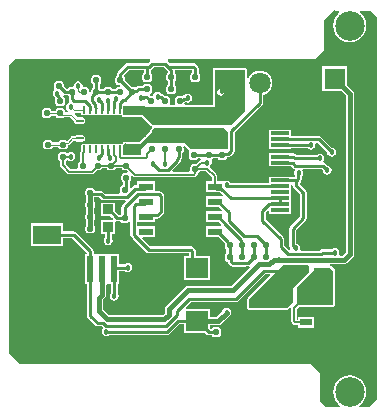
<source format=gbl>
G04*
G04 #@! TF.GenerationSoftware,Altium Limited,Altium Designer,20.0.2 (26)*
G04*
G04 Layer_Physical_Order=4*
G04 Layer_Color=16711680*
%FSLAX25Y25*%
%MOIN*%
G70*
G01*
G75*
%ADD10C,0.01000*%
%ADD16C,0.01500*%
%ADD17C,0.00400*%
%ADD18C,0.07087*%
%ADD19R,0.07087X0.07087*%
%ADD20C,0.09843*%
%ADD21C,0.01800*%
%ADD22C,0.01181*%
G04:AMPARAMS|DCode=28|XSize=20mil|YSize=20mil|CornerRadius=5mil|HoleSize=0mil|Usage=FLASHONLY|Rotation=180.000|XOffset=0mil|YOffset=0mil|HoleType=Round|Shape=RoundedRectangle|*
%AMROUNDEDRECTD28*
21,1,0.02000,0.01000,0,0,180.0*
21,1,0.01000,0.02000,0,0,180.0*
1,1,0.01000,-0.00500,0.00500*
1,1,0.01000,0.00500,0.00500*
1,1,0.01000,0.00500,-0.00500*
1,1,0.01000,-0.00500,-0.00500*
%
%ADD28ROUNDEDRECTD28*%
%ADD29R,0.03937X0.02362*%
%ADD30R,0.09843X0.13779*%
%ADD31R,0.04724X0.02362*%
%ADD32R,0.06299X0.07874*%
%ADD33R,0.05906X0.01181*%
G04:AMPARAMS|DCode=34|XSize=9.45mil|YSize=23.62mil|CornerRadius=1.98mil|HoleSize=0mil|Usage=FLASHONLY|Rotation=90.000|XOffset=0mil|YOffset=0mil|HoleType=Round|Shape=RoundedRectangle|*
%AMROUNDEDRECTD34*
21,1,0.00945,0.01965,0,0,90.0*
21,1,0.00548,0.02362,0,0,90.0*
1,1,0.00397,0.00983,0.00274*
1,1,0.00397,0.00983,-0.00274*
1,1,0.00397,-0.00983,-0.00274*
1,1,0.00397,-0.00983,0.00274*
%
%ADD34ROUNDEDRECTD34*%
G04:AMPARAMS|DCode=35|XSize=23.62mil|YSize=9.45mil|CornerRadius=1.98mil|HoleSize=0mil|Usage=FLASHONLY|Rotation=90.000|XOffset=0mil|YOffset=0mil|HoleType=Round|Shape=RoundedRectangle|*
%AMROUNDEDRECTD35*
21,1,0.02362,0.00548,0,0,90.0*
21,1,0.01965,0.00945,0,0,90.0*
1,1,0.00397,0.00274,0.00983*
1,1,0.00397,0.00274,-0.00983*
1,1,0.00397,-0.00274,-0.00983*
1,1,0.00397,-0.00274,0.00983*
%
%ADD35ROUNDEDRECTD35*%
G04:AMPARAMS|DCode=36|XSize=80.71mil|YSize=120.08mil|CornerRadius=2.02mil|HoleSize=0mil|Usage=FLASHONLY|Rotation=90.000|XOffset=0mil|YOffset=0mil|HoleType=Round|Shape=RoundedRectangle|*
%AMROUNDEDRECTD36*
21,1,0.08071,0.11604,0,0,90.0*
21,1,0.07667,0.12008,0,0,90.0*
1,1,0.00404,0.05802,0.03834*
1,1,0.00404,0.05802,-0.03834*
1,1,0.00404,-0.05802,-0.03834*
1,1,0.00404,-0.05802,0.03834*
%
%ADD36ROUNDEDRECTD36*%
%ADD37R,0.09354X0.06329*%
G04:AMPARAMS|DCode=38|XSize=20mil|YSize=20mil|CornerRadius=5mil|HoleSize=0mil|Usage=FLASHONLY|Rotation=270.000|XOffset=0mil|YOffset=0mil|HoleType=Round|Shape=RoundedRectangle|*
%AMROUNDEDRECTD38*
21,1,0.02000,0.01000,0,0,270.0*
21,1,0.01000,0.02000,0,0,270.0*
1,1,0.01000,-0.00500,-0.00500*
1,1,0.01000,-0.00500,0.00500*
1,1,0.01000,0.00500,0.00500*
1,1,0.01000,0.00500,-0.00500*
%
%ADD38ROUNDEDRECTD38*%
%ADD39R,0.03402X0.03175*%
%ADD40R,0.07559X0.06787*%
%ADD41R,0.02362X0.08661*%
%ADD42R,0.10236X0.10236*%
%ADD43C,0.00600*%
G36*
X-4500Y127000D02*
X-3563D01*
X-3402Y126526D01*
X-3938Y126116D01*
X-4823Y124962D01*
X-5379Y123619D01*
X-5569Y122178D01*
X-5379Y120737D01*
X-4823Y119394D01*
X-3938Y118240D01*
X-2784Y117355D01*
X-1441Y116799D01*
X0Y116609D01*
X1441Y116799D01*
X2784Y117355D01*
X3938Y118240D01*
X4823Y119394D01*
X5379Y120737D01*
X5569Y122178D01*
X5379Y123619D01*
X4823Y124962D01*
X3938Y126116D01*
X3402Y126526D01*
X3563Y127000D01*
X7000D01*
X9000Y125000D01*
Y-2500D01*
X6500Y-5000D01*
X3375D01*
X3205Y-4500D01*
X3938Y-3938D01*
X4823Y-2784D01*
X5379Y-1441D01*
X5569Y0D01*
X5379Y1441D01*
X4823Y2784D01*
X3938Y3938D01*
X2784Y4823D01*
X1441Y5379D01*
X0Y5569D01*
X-1441Y5379D01*
X-2784Y4823D01*
X-3938Y3938D01*
X-4823Y2784D01*
X-5379Y1441D01*
X-5569Y0D01*
X-5379Y-1441D01*
X-4823Y-2784D01*
X-3938Y-3938D01*
X-3205Y-4500D01*
X-3375Y-5000D01*
X-8000D01*
X-10000Y-3000D01*
Y6500D01*
X-13000Y9500D01*
X-110000D01*
X-113500Y13000D01*
Y109000D01*
X-111500Y111000D01*
X-66673D01*
X-66601Y110908D01*
X-66622Y110293D01*
X-66622Y110293D01*
X-67327Y109587D01*
X-67500Y109622D01*
X-74000D01*
X-74429Y109536D01*
X-74793Y109293D01*
X-74793Y109293D01*
X-77293Y106793D01*
X-77536Y106429D01*
X-77622Y106000D01*
X-77622Y106000D01*
Y105408D01*
X-77793Y105293D01*
X-78036Y104929D01*
X-78122Y104500D01*
Y103500D01*
X-78036Y103071D01*
X-77793Y102707D01*
X-77429Y102464D01*
X-77000Y102378D01*
X-76604D01*
X-76399Y102115D01*
X-76621Y101622D01*
X-77000D01*
X-77429Y101536D01*
X-77793Y101293D01*
X-77908Y101122D01*
X-79092D01*
X-79207Y101293D01*
X-79571Y101536D01*
X-80000Y101622D01*
X-81000D01*
X-81429Y101536D01*
X-81793Y101293D01*
X-81908Y101122D01*
X-83092D01*
X-83207Y101293D01*
X-83378Y101408D01*
Y102592D01*
X-83207Y102707D01*
X-82964Y103071D01*
X-82878Y103500D01*
Y104500D01*
X-82964Y104929D01*
X-83207Y105293D01*
X-83571Y105536D01*
X-84000Y105622D01*
X-85000D01*
X-85429Y105536D01*
X-85793Y105293D01*
X-86036Y104929D01*
X-86122Y104500D01*
Y103500D01*
X-86036Y103071D01*
X-85793Y102707D01*
X-85622Y102592D01*
Y101408D01*
X-85793Y101293D01*
X-86036Y100929D01*
X-86122Y100500D01*
Y100104D01*
X-86385Y99899D01*
X-86878Y100121D01*
Y100500D01*
X-86964Y100929D01*
X-87207Y101293D01*
X-87571Y101536D01*
X-88000Y101622D01*
X-88536D01*
X-88971Y102000D01*
X-89087Y102585D01*
X-89419Y103081D01*
X-89915Y103413D01*
X-90500Y103529D01*
X-91085Y103413D01*
X-91581Y103081D01*
X-91913Y102585D01*
X-92029Y102000D01*
X-92464Y101622D01*
X-93000D01*
X-93429Y101536D01*
X-93793Y101293D01*
X-93908Y101122D01*
X-94535D01*
X-95378Y101965D01*
Y102500D01*
X-95464Y102929D01*
X-95707Y103293D01*
X-96071Y103536D01*
X-96500Y103622D01*
X-97500D01*
X-97929Y103536D01*
X-98293Y103293D01*
X-98536Y102929D01*
X-98622Y102500D01*
Y101500D01*
X-98536Y101071D01*
X-98324Y100753D01*
X-98581Y100581D01*
X-98913Y100085D01*
X-99029Y99500D01*
X-98913Y98915D01*
X-98581Y98419D01*
X-98316Y98241D01*
X-98293Y98207D01*
X-98122Y98035D01*
Y97500D01*
X-98122Y97500D01*
X-98122Y97500D01*
Y96500D01*
X-98036Y96071D01*
X-97793Y95707D01*
X-97429Y95464D01*
X-97000Y95378D01*
X-96000D01*
X-95571Y95464D01*
X-95207Y95707D01*
X-94964Y96071D01*
X-94878Y96500D01*
Y97500D01*
X-94964Y97929D01*
X-95207Y98293D01*
X-95456Y98459D01*
X-95261Y98930D01*
X-95000Y98878D01*
X-95000Y98878D01*
X-93908D01*
X-93793Y98707D01*
X-93622Y98592D01*
Y97586D01*
X-93622Y97586D01*
X-93536Y97157D01*
X-93404Y96959D01*
X-93555Y96446D01*
X-93606Y96399D01*
X-94081Y96081D01*
X-94413Y95585D01*
X-94529Y95000D01*
X-94413Y94415D01*
X-94081Y93919D01*
X-93928Y93816D01*
X-94079Y93316D01*
X-94878D01*
Y93500D01*
X-94964Y93929D01*
X-95207Y94293D01*
X-95571Y94536D01*
X-96000Y94622D01*
X-97000D01*
X-97429Y94536D01*
X-97793Y94293D01*
X-98036Y93929D01*
X-98059Y93816D01*
X-99441D01*
X-99464Y93929D01*
X-99707Y94293D01*
X-100071Y94536D01*
X-100500Y94622D01*
X-101500D01*
X-101929Y94536D01*
X-102293Y94293D01*
X-102536Y93929D01*
X-102622Y93500D01*
Y92500D01*
X-102536Y92071D01*
X-102293Y91707D01*
X-101929Y91464D01*
X-101500Y91378D01*
X-100500D01*
X-100071Y91464D01*
X-99707Y91707D01*
X-99464Y92071D01*
X-99441Y92184D01*
X-98059D01*
X-98036Y92071D01*
X-97793Y91707D01*
X-97429Y91464D01*
X-97000Y91378D01*
X-96000D01*
X-95571Y91464D01*
X-95241Y91684D01*
X-93125D01*
X-91828Y90387D01*
Y90179D01*
X-91766Y89867D01*
X-91590Y89603D01*
X-91326Y89427D01*
X-91014Y89365D01*
X-89049D01*
X-88737Y89427D01*
X-88473Y89603D01*
X-88297Y89867D01*
X-88235Y90179D01*
Y90727D01*
X-88297Y91038D01*
X-88473Y91302D01*
X-88737Y91479D01*
X-89049Y91541D01*
X-90675D01*
X-91818Y92684D01*
X-91611Y93184D01*
X-89545D01*
Y93013D01*
X-89483Y92702D01*
X-89306Y92438D01*
X-89042Y92261D01*
X-88731Y92199D01*
X-88183D01*
X-87871Y92261D01*
X-87837Y92284D01*
X-87472Y92396D01*
X-87108Y92284D01*
X-87074Y92261D01*
X-86762Y92199D01*
X-86214D01*
X-85903Y92261D01*
X-85868Y92284D01*
X-85504Y92396D01*
X-85140Y92284D01*
X-85105Y92261D01*
X-84794Y92199D01*
X-84246D01*
X-83934Y92261D01*
X-83670Y92438D01*
X-83401D01*
X-83137Y92261D01*
X-82825Y92199D01*
X-82277D01*
X-81966Y92261D01*
X-81701Y92438D01*
X-81432D01*
X-81168Y92261D01*
X-80857Y92199D01*
X-80309D01*
X-79997Y92261D01*
X-79733Y92438D01*
X-79464D01*
X-79200Y92261D01*
X-78888Y92199D01*
X-78340D01*
X-78029Y92261D01*
X-77764Y92438D01*
X-77495D01*
X-77231Y92261D01*
X-76920Y92199D01*
X-76372D01*
X-76060Y92261D01*
X-76049Y92258D01*
X-75959Y92041D01*
X-75500Y91851D01*
X-69269D01*
X-66097Y88679D01*
X-65959Y88541D01*
X-66022Y88026D01*
X-66362Y87591D01*
X-66419Y87387D01*
X-66500Y87191D01*
Y87000D01*
X-67033Y86466D01*
D01*
D01*
X-67293Y86293D01*
D01*
X-67466Y86033D01*
X-67966Y85534D01*
D01*
X-67982Y85496D01*
X-68018Y85475D01*
X-68287Y85131D01*
X-69818Y83600D01*
X-69888D01*
X-69909Y83591D01*
X-70000Y83500D01*
X-74427D01*
X-74463Y83504D01*
X-74463D01*
X-74477Y83500D01*
X-74572Y83482D01*
X-74680Y83504D01*
X-74698Y83508D01*
X-74700Y83508D01*
X-74700Y83508D01*
X-74703Y83507D01*
X-75217Y83421D01*
X-75262Y83393D01*
X-75315Y83396D01*
X-75468Y83264D01*
X-75639Y83157D01*
X-75651Y83105D01*
X-75691Y83071D01*
X-75826Y82801D01*
X-76060Y82739D01*
X-76372Y82801D01*
X-76920D01*
X-77231Y82739D01*
X-77495Y82562D01*
X-77764D01*
X-78029Y82739D01*
X-78340Y82801D01*
X-78888D01*
X-79200Y82739D01*
X-79234Y82716D01*
X-79598Y82604D01*
X-79963Y82716D01*
X-79997Y82739D01*
X-80309Y82801D01*
X-80857D01*
X-81168Y82739D01*
X-81203Y82716D01*
X-81567Y82604D01*
X-81931Y82716D01*
X-81966Y82739D01*
X-82277Y82801D01*
X-82825D01*
X-83137Y82739D01*
X-83171Y82716D01*
X-83535Y82604D01*
X-83900Y82716D01*
X-83934Y82739D01*
X-84246Y82801D01*
X-84794D01*
X-85105Y82739D01*
X-85369Y82562D01*
X-85638D01*
X-85903Y82739D01*
X-86214Y82801D01*
X-86762D01*
X-87074Y82739D01*
X-87338Y82562D01*
X-87607D01*
X-87871Y82739D01*
X-88183Y82801D01*
X-88731D01*
X-89042Y82739D01*
X-89306Y82562D01*
X-89483Y82298D01*
X-89545Y81987D01*
Y80505D01*
X-89649Y80401D01*
X-89848Y80103D01*
X-89918Y79752D01*
Y77039D01*
X-89929Y77036D01*
X-90293Y76793D01*
X-90536Y76429D01*
X-90622Y76000D01*
Y75000D01*
X-90605Y74918D01*
X-90989Y74418D01*
X-92994D01*
X-93002Y74419D01*
X-93121D01*
X-94649Y75947D01*
Y76879D01*
X-94250Y77205D01*
X-93701Y77164D01*
X-93585Y77087D01*
X-93000Y76971D01*
X-92415Y77087D01*
X-91919Y77419D01*
X-91587Y77915D01*
X-91471Y78500D01*
X-91587Y79085D01*
X-91919Y79581D01*
X-92415Y79913D01*
X-93000Y80029D01*
X-93585Y79913D01*
X-93701Y79836D01*
X-94274Y79793D01*
X-94638Y80036D01*
X-95067Y80122D01*
X-96067D01*
X-96496Y80036D01*
X-96860Y79793D01*
X-97103Y79429D01*
X-97189Y79000D01*
Y78000D01*
X-97103Y77571D01*
X-96860Y77207D01*
X-96496Y76964D01*
X-96485Y76961D01*
Y75567D01*
X-96415Y75216D01*
X-96216Y74918D01*
X-94150Y72853D01*
X-93853Y72654D01*
X-93502Y72584D01*
X-93007D01*
X-93000Y72582D01*
X-86000D01*
X-85649Y72652D01*
X-85351Y72851D01*
X-84324Y73878D01*
X-83500D01*
X-83071Y73964D01*
X-82707Y74207D01*
X-82464Y74571D01*
X-82462Y74582D01*
X-81038D01*
X-81036Y74571D01*
X-80793Y74207D01*
X-80429Y73964D01*
X-80000Y73878D01*
X-79000D01*
X-78571Y73964D01*
X-78207Y74207D01*
X-77964Y74571D01*
X-77961Y74582D01*
X-76038D01*
X-76036Y74571D01*
X-75793Y74207D01*
X-75429Y73964D01*
X-75000Y73878D01*
X-74285D01*
X-74020Y73577D01*
X-74253Y73122D01*
X-75000D01*
X-75429Y73036D01*
X-75793Y72793D01*
X-76036Y72429D01*
X-76122Y72000D01*
Y71000D01*
X-76036Y70571D01*
X-75793Y70207D01*
X-75622Y70092D01*
Y69097D01*
X-75929Y69036D01*
X-76293Y68793D01*
X-76536Y68429D01*
X-76622Y68000D01*
Y67000D01*
X-76546Y66622D01*
X-76565Y66528D01*
X-76837Y66122D01*
X-81535D01*
X-82207Y66793D01*
X-82571Y67036D01*
X-83000Y67122D01*
X-83000Y67122D01*
X-84903D01*
X-84964Y67429D01*
X-85207Y67793D01*
X-85571Y68036D01*
X-86000Y68122D01*
X-87000D01*
X-87429Y68036D01*
X-87793Y67793D01*
X-88036Y67429D01*
X-88122Y67000D01*
Y66000D01*
X-88036Y65571D01*
X-87876Y65332D01*
Y63668D01*
X-88036Y63429D01*
X-88122Y63000D01*
Y62000D01*
X-88036Y61571D01*
X-87876Y61332D01*
Y59668D01*
X-88036Y59429D01*
X-88122Y59000D01*
Y58000D01*
X-88036Y57571D01*
X-87876Y57332D01*
Y55668D01*
X-88036Y55429D01*
X-88122Y55000D01*
Y54000D01*
X-88036Y53571D01*
X-87793Y53207D01*
X-87429Y52964D01*
X-87000Y52878D01*
X-86000D01*
X-85571Y52964D01*
X-85207Y53207D01*
X-84964Y53571D01*
X-84878Y54000D01*
Y55000D01*
X-84964Y55429D01*
X-85124Y55668D01*
Y57332D01*
X-84964Y57571D01*
X-84878Y58000D01*
Y59000D01*
X-84964Y59429D01*
X-85124Y59668D01*
Y61332D01*
X-84964Y61571D01*
X-84878Y62000D01*
Y63000D01*
X-84964Y63429D01*
X-85124Y63668D01*
Y64878D01*
X-83465D01*
X-82793Y64207D01*
X-82793Y64207D01*
X-82429Y63964D01*
X-82000Y63878D01*
X-74910D01*
X-74718Y63416D01*
X-75793Y62342D01*
X-76036Y61978D01*
X-76122Y61549D01*
X-76122Y61549D01*
Y59408D01*
X-76293Y59293D01*
X-76408Y59122D01*
X-77035D01*
X-77255Y59342D01*
X-77414Y59579D01*
X-77414Y59579D01*
X-78199Y60364D01*
Y63153D01*
X-82801D01*
Y58778D01*
X-79785D01*
X-79159Y58151D01*
X-79000Y57914D01*
X-78770Y57684D01*
X-78961Y57222D01*
X-82801D01*
Y52847D01*
X-81622D01*
Y51521D01*
X-81913Y51085D01*
X-82029Y50500D01*
X-81913Y49915D01*
X-81581Y49419D01*
X-81085Y49087D01*
X-80500Y48971D01*
X-79915Y49087D01*
X-79419Y49419D01*
X-79087Y49915D01*
X-78971Y50500D01*
X-79087Y51085D01*
X-79378Y51521D01*
Y52847D01*
X-78199D01*
Y56589D01*
X-77699Y56918D01*
X-77500Y56878D01*
X-76408D01*
X-76293Y56707D01*
X-75929Y56464D01*
X-75500Y56378D01*
X-74500D01*
X-74071Y56464D01*
X-73707Y56707D01*
X-73622Y56835D01*
X-73122Y56683D01*
Y52500D01*
X-73122Y52500D01*
X-73036Y52071D01*
X-72793Y51707D01*
X-72304Y51218D01*
X-72205Y51070D01*
X-67842Y46707D01*
X-67842Y46707D01*
X-67478Y46464D01*
X-67049Y46378D01*
X-67049Y46378D01*
X-53536D01*
Y45265D01*
X-55379D01*
Y37278D01*
X-46620D01*
Y45265D01*
X-51293D01*
Y46914D01*
X-51378Y47343D01*
X-51621Y47707D01*
X-51621Y47707D01*
X-52207Y48293D01*
X-52571Y48536D01*
X-53000Y48622D01*
X-53000Y48622D01*
X-66584D01*
X-69220Y51257D01*
X-69028Y51719D01*
X-64988D01*
Y55281D01*
X-70878D01*
Y56719D01*
X-64988D01*
Y57791D01*
X-64088D01*
X-64088Y57791D01*
X-63659Y57876D01*
X-63295Y58119D01*
X-62207Y59207D01*
X-62207Y59207D01*
X-61964Y59571D01*
X-61878Y60000D01*
X-61878Y60000D01*
Y65414D01*
X-61964Y65843D01*
X-62207Y66207D01*
X-62207Y66207D01*
X-62793Y66793D01*
X-63157Y67036D01*
X-63586Y67122D01*
X-63586Y67122D01*
X-64988D01*
Y70281D01*
X-70912D01*
Y68940D01*
X-71418D01*
X-71418Y68941D01*
X-71848Y68855D01*
X-72211Y68612D01*
X-72211Y68612D01*
X-72894Y67930D01*
X-72988Y67944D01*
X-73378Y68152D01*
Y70092D01*
X-73207Y70207D01*
X-72964Y70571D01*
X-72878Y71000D01*
Y71874D01*
X-72570Y72058D01*
X-72389Y72092D01*
X-72149Y71851D01*
X-71851Y71652D01*
X-71500Y71582D01*
X-51851D01*
X-51500Y71652D01*
X-51203Y71851D01*
X-50851Y72203D01*
X-50652Y72500D01*
X-50582Y72852D01*
Y72961D01*
X-50571Y72964D01*
X-50207Y73207D01*
X-49964Y73571D01*
X-49962Y73582D01*
X-47880D01*
X-45968Y71670D01*
Y70281D01*
X-48012D01*
Y66719D01*
X-44477D01*
X-44369Y66697D01*
X-44369Y66697D01*
X-43284D01*
X-42367Y65781D01*
X-42574Y65281D01*
X-48012D01*
Y61719D01*
X-43674D01*
X-42698Y60743D01*
X-42889Y60281D01*
X-48012D01*
Y56719D01*
X-43674D01*
X-43008Y56053D01*
X-43005Y56040D01*
X-42832Y55781D01*
X-43003Y55281D01*
X-48012D01*
Y51719D01*
X-43674D01*
X-41622Y49667D01*
Y49500D01*
X-41622Y49500D01*
X-41622Y49500D01*
Y48500D01*
X-41536Y48071D01*
X-41293Y47707D01*
X-41122Y47592D01*
Y46408D01*
X-41293Y46293D01*
X-41536Y45929D01*
X-41622Y45500D01*
Y44500D01*
X-41536Y44071D01*
X-41293Y43707D01*
X-40929Y43464D01*
X-40601Y43399D01*
X-40536Y43071D01*
X-40293Y42707D01*
X-39693Y42107D01*
X-39693Y42107D01*
X-39329Y41864D01*
X-38900Y41778D01*
X-38900Y41778D01*
X-34837D01*
X-34837Y41778D01*
X-34408Y41864D01*
X-34236Y41978D01*
X-33900D01*
X-33900Y41978D01*
X-33619Y42034D01*
X-33373Y41574D01*
X-39570Y35376D01*
X-54000D01*
X-54527Y35272D01*
X-54973Y34973D01*
X-54973Y34973D01*
X-61223Y28723D01*
X-61522Y28277D01*
X-61626Y27750D01*
Y26320D01*
X-62320Y25626D01*
X-80180D01*
X-82124Y27570D01*
Y30930D01*
X-81558Y31495D01*
X-81558Y31495D01*
X-81260Y31942D01*
X-81155Y32469D01*
X-81155Y32469D01*
Y35653D01*
X-80801Y36007D01*
X-80376Y36007D01*
X-80250Y36007D01*
X-79622D01*
Y33021D01*
X-79913Y32585D01*
X-80029Y32000D01*
X-79913Y31415D01*
X-79581Y30919D01*
X-79085Y30587D01*
X-78500Y30471D01*
X-77915Y30587D01*
X-77419Y30919D01*
X-77087Y31415D01*
X-76971Y32000D01*
X-77087Y32585D01*
X-77378Y33021D01*
Y36007D01*
X-76813D01*
Y40378D01*
X-75021D01*
X-74585Y40087D01*
X-74000Y39971D01*
X-73415Y40087D01*
X-72919Y40419D01*
X-72587Y40915D01*
X-72471Y41500D01*
X-72587Y42085D01*
X-72919Y42581D01*
X-73415Y42913D01*
X-74000Y43029D01*
X-74585Y42913D01*
X-75021Y42622D01*
X-76813D01*
Y45868D01*
X-80250D01*
X-80376Y45868D01*
X-80750D01*
X-80876Y45868D01*
X-84313D01*
Y45868D01*
X-84687D01*
Y45868D01*
X-85347D01*
Y46968D01*
X-85432Y47398D01*
X-85675Y47762D01*
X-85676Y47762D01*
X-91182Y53268D01*
X-91546Y53512D01*
X-91975Y53597D01*
X-91975Y53597D01*
X-95723D01*
Y56240D01*
X-106277D01*
Y48711D01*
X-95723D01*
Y51354D01*
X-92440D01*
X-87590Y46504D01*
Y45868D01*
X-88250D01*
Y36007D01*
X-87590D01*
Y25469D01*
X-87590Y25469D01*
X-87505Y25039D01*
X-87262Y24675D01*
X-84793Y22207D01*
X-84793Y22207D01*
X-84429Y21964D01*
X-84000Y21878D01*
X-84000Y21879D01*
X-82581D01*
X-82395Y21693D01*
X-82186Y21231D01*
X-82517Y20735D01*
X-82634Y20150D01*
X-82517Y19565D01*
X-82186Y19069D01*
X-81690Y18737D01*
X-81104Y18621D01*
X-80519Y18737D01*
X-80083Y19028D01*
X-60971D01*
X-60971Y19028D01*
X-60542Y19114D01*
X-60178Y19357D01*
X-56928Y22607D01*
X-55379D01*
Y19735D01*
X-48321D01*
X-47793Y19207D01*
X-47793Y19207D01*
X-47429Y18964D01*
X-47000Y18879D01*
X-45908D01*
X-45793Y18707D01*
X-45429Y18464D01*
X-45000Y18379D01*
X-44000D01*
X-43571Y18464D01*
X-43207Y18707D01*
X-42964Y19071D01*
X-42878Y19500D01*
Y20500D01*
X-42964Y20929D01*
X-43207Y21293D01*
X-43571Y21536D01*
X-44000Y21621D01*
X-45000D01*
X-45429Y21536D01*
X-45793Y21293D01*
X-45908Y21122D01*
X-46535D01*
X-46563Y21149D01*
X-46620Y21235D01*
Y22352D01*
X-43772D01*
X-43245Y22457D01*
X-42798Y22755D01*
X-40479Y25074D01*
X-40415Y25087D01*
X-39919Y25419D01*
X-39587Y25915D01*
X-39471Y26500D01*
X-39587Y27085D01*
X-39919Y27581D01*
X-40415Y27913D01*
X-41000Y28029D01*
X-41585Y27913D01*
X-42081Y27581D01*
X-42413Y27085D01*
X-42426Y27021D01*
X-44342Y25105D01*
X-46620D01*
Y27722D01*
X-54539D01*
X-54730Y28184D01*
X-53035Y29878D01*
X-38000D01*
X-38000Y29878D01*
X-37571Y29964D01*
X-37207Y30207D01*
X-28035Y39378D01*
X-26693D01*
X-26502Y38917D01*
X-33959Y31459D01*
X-34149Y31000D01*
Y28000D01*
X-33959Y27541D01*
X-33500Y27351D01*
X-21000D01*
X-20541Y27541D01*
X-19889Y28192D01*
X-19517Y28041D01*
X-19418Y27957D01*
Y23611D01*
X-19348Y23260D01*
X-19149Y22963D01*
X-18797Y22611D01*
X-18500Y22412D01*
X-18148Y22342D01*
X-17068D01*
Y21479D01*
X-11931D01*
Y25041D01*
X-17068D01*
Y24178D01*
X-17582D01*
Y27620D01*
X-16922Y28281D01*
X-16922Y28281D01*
X-16852Y28351D01*
X-5500D01*
X-5041Y28541D01*
X-4851Y29000D01*
Y40500D01*
X-5041Y40959D01*
X-6041Y41959D01*
X-6500Y42149D01*
X-6437Y42624D01*
X-2000D01*
X-1473Y42728D01*
X-1027Y43027D01*
X973Y45027D01*
X1272Y45473D01*
X1376Y46000D01*
X1376Y46000D01*
Y99500D01*
X1376Y99500D01*
X1272Y100027D01*
X973Y100473D01*
X-857Y102303D01*
Y108643D01*
X-9143D01*
Y100357D01*
X-2803D01*
X-1376Y98930D01*
Y46570D01*
X-2570Y45376D01*
X-3345D01*
X-3613Y45876D01*
X-3587Y45915D01*
X-3471Y46500D01*
X-3587Y47085D01*
X-3919Y47581D01*
X-4415Y47913D01*
X-5000Y48029D01*
X-5585Y47913D01*
X-6021Y47622D01*
X-9000D01*
X-9000Y47622D01*
X-9429Y47536D01*
X-9793Y47293D01*
X-9793Y47293D01*
X-9965Y47122D01*
X-16227D01*
X-16546Y47622D01*
X-16471Y48000D01*
X-16587Y48585D01*
X-16919Y49081D01*
X-17415Y49413D01*
X-17878Y49505D01*
Y54035D01*
X-14707Y57207D01*
X-14707Y57207D01*
X-14464Y57571D01*
X-14378Y58000D01*
X-14378Y58000D01*
Y66500D01*
X-14464Y66929D01*
X-14707Y67293D01*
X-14707Y67293D01*
X-16618Y69204D01*
X-16707Y69738D01*
X-16360Y70085D01*
X-16360Y70085D01*
X-16117Y70448D01*
X-16032Y70878D01*
Y71843D01*
X-15919Y71919D01*
X-15587Y72415D01*
X-15471Y73000D01*
X-15587Y73585D01*
X-15783Y73878D01*
X-15532Y74378D01*
X-9465D01*
X-9015Y73929D01*
X-8913Y73415D01*
X-8581Y72919D01*
X-8085Y72587D01*
X-7500Y72471D01*
X-6915Y72587D01*
X-6419Y72919D01*
X-6087Y73415D01*
X-5971Y74000D01*
X-6087Y74585D01*
X-6419Y75081D01*
X-6915Y75413D01*
X-7429Y75515D01*
X-8207Y76293D01*
X-8571Y76536D01*
X-8613Y76545D01*
X-8652Y76592D01*
X-8803Y77092D01*
X-8587Y77415D01*
X-8471Y78000D01*
X-8587Y78585D01*
X-8919Y79081D01*
X-9415Y79413D01*
X-10000Y79529D01*
X-10585Y79413D01*
X-11021Y79122D01*
X-17864D01*
X-17940Y79198D01*
X-18304Y79441D01*
X-18733Y79526D01*
X-18733Y79526D01*
X-19724D01*
Y79595D01*
X-26830D01*
Y75246D01*
X-19725D01*
X-19725Y75246D01*
Y75246D01*
X-19724Y75246D01*
X-19283Y75105D01*
X-18884Y74707D01*
X-18884Y74707D01*
X-18520Y74464D01*
X-18398Y74439D01*
X-18374Y74413D01*
X-18208Y73892D01*
X-18413Y73585D01*
X-18529Y73000D01*
X-18413Y72415D01*
X-18275Y72208D01*
Y71652D01*
X-19724D01*
Y71721D01*
X-26830D01*
Y69684D01*
X-39653D01*
X-39919Y70081D01*
X-40415Y70413D01*
X-41000Y70529D01*
X-41585Y70413D01*
X-41630Y70383D01*
X-42088Y70281D01*
X-42088Y70281D01*
X-42088Y70281D01*
X-44132D01*
Y72050D01*
X-44202Y72401D01*
X-44401Y72699D01*
X-46561Y74859D01*
X-46512Y75356D01*
X-46419Y75419D01*
X-46087Y75915D01*
X-45971Y76500D01*
X-46061Y76956D01*
X-46065Y77134D01*
X-45841Y77617D01*
X-45707Y77707D01*
X-45592Y77878D01*
X-43908D01*
X-43793Y77707D01*
X-43429Y77464D01*
X-43000Y77378D01*
X-42000D01*
X-41571Y77464D01*
X-41207Y77707D01*
X-40964Y78071D01*
X-40937Y78206D01*
X-40500Y78378D01*
X-40071Y78464D01*
X-39707Y78707D01*
X-38707Y79707D01*
X-38707Y79707D01*
X-38464Y80071D01*
X-38378Y80500D01*
Y86535D01*
X-29207Y95707D01*
X-29207Y95707D01*
X-28964Y96071D01*
X-28878Y96500D01*
X-28878Y96500D01*
Y98980D01*
X-27911Y99381D01*
X-27045Y100045D01*
X-26381Y100910D01*
X-25963Y101918D01*
X-25821Y103000D01*
X-25963Y104082D01*
X-26381Y105089D01*
X-27045Y105955D01*
X-27911Y106619D01*
X-28918Y107037D01*
X-30000Y107179D01*
X-31082Y107037D01*
X-32089Y106619D01*
X-32955Y105955D01*
X-33619Y105089D01*
X-33851Y104531D01*
X-34351Y104630D01*
Y107500D01*
X-34541Y107959D01*
X-35000Y108149D01*
X-45000D01*
X-45459Y107959D01*
X-45649Y107500D01*
Y95649D01*
X-54844D01*
X-55027Y95891D01*
X-55148Y96149D01*
X-55098Y96399D01*
X-54649Y96630D01*
X-54585Y96587D01*
X-54000Y96471D01*
X-53415Y96587D01*
X-52919Y96919D01*
X-52587Y97415D01*
X-52471Y98000D01*
X-52587Y98585D01*
X-52919Y99081D01*
X-53415Y99413D01*
X-54000Y99529D01*
X-54585Y99413D01*
X-55081Y99081D01*
X-55158Y98968D01*
X-55582Y98883D01*
X-55946Y98640D01*
X-55946Y98640D01*
X-55965Y98622D01*
X-56200D01*
X-56200Y98622D01*
X-56200Y98622D01*
X-57200D01*
X-57629Y98536D01*
X-57993Y98293D01*
X-58236Y97929D01*
X-58322Y97500D01*
Y96500D01*
X-58252Y96149D01*
X-58373Y95891D01*
X-58556Y95649D01*
X-59644D01*
X-59827Y95891D01*
X-59948Y96149D01*
X-59878Y96500D01*
Y97500D01*
X-59964Y97929D01*
X-60207Y98293D01*
X-60571Y98536D01*
X-61000Y98622D01*
X-61535D01*
X-62054Y99140D01*
X-62418Y99383D01*
X-62843Y99468D01*
X-62919Y99581D01*
X-63415Y99913D01*
X-64000Y100029D01*
X-64585Y99913D01*
X-65081Y99581D01*
X-65413Y99085D01*
X-65516Y98565D01*
X-65800Y98622D01*
X-66303D01*
X-66643Y98994D01*
X-66594Y99313D01*
X-66511Y99504D01*
X-66207Y99707D01*
X-65964Y100071D01*
X-65878Y100500D01*
Y101500D01*
X-65964Y101929D01*
X-66207Y102293D01*
X-66571Y102536D01*
X-67000Y102622D01*
X-68000D01*
X-68429Y102536D01*
X-68793Y102293D01*
X-68908Y102122D01*
X-70500D01*
X-70500Y102122D01*
X-70929Y102036D01*
X-71293Y101793D01*
X-71293Y101793D01*
X-71465Y101622D01*
X-72000D01*
X-72000Y101622D01*
X-72000Y101622D01*
X-72535D01*
X-74878Y103965D01*
Y104500D01*
X-74964Y104929D01*
X-75207Y105293D01*
X-75095Y105819D01*
X-73535Y107378D01*
X-68622D01*
Y106408D01*
X-68793Y106293D01*
X-69036Y105929D01*
X-69122Y105500D01*
Y104500D01*
X-69036Y104071D01*
X-68793Y103707D01*
X-68429Y103464D01*
X-68000Y103378D01*
X-67000D01*
X-66571Y103464D01*
X-66207Y103707D01*
X-65964Y104071D01*
X-65878Y104500D01*
Y105500D01*
X-65964Y105929D01*
X-66207Y106293D01*
X-66378Y106408D01*
Y107478D01*
X-66035Y107707D01*
X-65364Y108378D01*
X-61965D01*
X-61293Y107707D01*
X-61293Y107707D01*
X-60622Y107035D01*
Y106408D01*
X-60793Y106293D01*
X-61036Y105929D01*
X-61122Y105500D01*
Y104500D01*
X-61036Y104071D01*
X-60793Y103707D01*
X-60622Y103592D01*
Y102408D01*
X-60793Y102293D01*
X-61036Y101929D01*
X-61122Y101500D01*
Y100500D01*
X-61036Y100071D01*
X-60793Y99707D01*
X-60429Y99464D01*
X-60000Y99378D01*
X-59000D01*
X-58571Y99464D01*
X-58207Y99707D01*
X-57964Y100071D01*
X-57878Y100500D01*
Y101500D01*
X-57964Y101929D01*
X-58207Y102293D01*
X-58378Y102408D01*
Y103592D01*
X-58207Y103707D01*
X-57964Y104071D01*
X-57878Y104500D01*
Y105500D01*
X-57964Y105929D01*
X-58207Y106293D01*
X-58378Y106408D01*
Y107378D01*
X-52622D01*
Y106408D01*
X-52793Y106293D01*
X-53036Y105929D01*
X-53122Y105500D01*
Y104500D01*
X-53036Y104071D01*
X-52793Y103707D01*
X-52429Y103464D01*
X-52000Y103378D01*
X-51000D01*
X-50571Y103464D01*
X-50207Y103707D01*
X-49964Y104071D01*
X-49878Y104500D01*
Y105500D01*
X-49964Y105929D01*
X-50207Y106293D01*
X-50378Y106408D01*
Y107914D01*
X-50464Y108343D01*
X-50707Y108707D01*
X-50707Y108707D01*
X-51293Y109293D01*
X-51657Y109536D01*
X-52086Y109622D01*
X-52086Y109622D01*
X-60035D01*
X-60707Y110293D01*
X-60727Y110908D01*
X-60655Y111000D01*
X-11500D01*
X-8500Y114000D01*
Y124000D01*
X-5000Y127500D01*
X-4500Y127000D01*
D02*
G37*
G36*
X-35000Y93500D02*
X-39500Y89000D01*
X-65500D01*
X-69000Y92500D01*
X-75500D01*
Y94660D01*
X-75497Y94677D01*
Y95500D01*
X-68500D01*
X-68000Y95000D01*
X-45000D01*
Y107500D01*
X-35000D01*
Y93500D01*
D02*
G37*
G36*
X-40622Y86622D02*
Y81378D01*
X-41000Y81000D01*
X-53000D01*
X-55000Y83000D01*
X-67500D01*
X-69500Y81000D01*
Y79500D01*
X-70000Y79000D01*
X-75500D01*
Y82000D01*
X-75110Y82780D01*
X-74591Y82867D01*
X-74590Y82867D01*
X-74574Y82871D01*
X-74546Y82864D01*
X-74536Y82859D01*
X-74500Y82855D01*
X-74463Y82865D01*
X-74427Y82851D01*
X-70000D01*
X-69639Y83000D01*
X-69500D01*
X-67800Y84700D01*
X-67506Y85075D01*
X-67007Y85574D01*
X-66982Y85636D01*
X-66926Y85673D01*
X-66825Y85825D01*
X-66673Y85927D01*
X-66636Y85982D01*
X-66574Y86007D01*
X-66041Y86541D01*
X-65851Y87000D01*
Y87191D01*
X-65217Y88000D01*
X-42000D01*
X-40622Y86622D01*
D02*
G37*
G36*
X-53593Y80675D02*
X-53461Y80506D01*
X-53483Y80009D01*
X-53536Y79929D01*
X-53622Y79500D01*
Y78500D01*
X-53536Y78071D01*
X-53293Y77707D01*
X-52929Y77464D01*
X-52500Y77378D01*
X-51500D01*
X-51071Y77464D01*
X-50707Y77707D01*
X-50592Y77878D01*
X-49746D01*
X-49697Y77378D01*
X-49851Y77348D01*
X-50149Y77149D01*
X-51176Y76122D01*
X-52000D01*
X-52429Y76036D01*
X-52793Y75793D01*
X-53036Y75429D01*
X-53122Y75000D01*
Y74000D01*
X-53105Y73918D01*
X-53489Y73418D01*
X-59014D01*
X-59206Y73880D01*
X-56707Y76379D01*
X-56707Y76379D01*
X-56464Y76742D01*
X-56378Y77172D01*
X-56378Y77172D01*
Y77364D01*
X-56107Y77635D01*
X-56107Y77635D01*
X-55864Y77999D01*
X-55778Y78428D01*
X-55778Y78429D01*
Y79659D01*
X-55707Y79707D01*
X-55464Y80071D01*
X-55378Y80500D01*
Y81500D01*
X-55441Y81816D01*
X-55037Y82107D01*
X-55029Y82110D01*
X-53593Y80675D01*
D02*
G37*
G36*
X-19059Y68686D02*
X-19036Y68571D01*
X-18793Y68207D01*
X-16622Y66035D01*
Y58465D01*
X-19793Y55293D01*
X-20036Y54929D01*
X-20122Y54500D01*
X-20121Y54500D01*
Y48586D01*
X-20036Y48157D01*
X-19807Y47814D01*
X-19847Y47598D01*
X-20057Y47350D01*
X-20242Y47328D01*
X-21879Y48965D01*
Y51000D01*
X-21878Y51000D01*
X-21964Y51429D01*
X-22207Y51793D01*
X-22207Y51793D01*
X-27964Y57550D01*
Y59950D01*
X-27292Y60622D01*
X-26830Y60431D01*
Y59498D01*
X-19724D01*
Y61466D01*
Y65403D01*
Y68994D01*
X-19585Y69037D01*
X-19059Y68686D01*
D02*
G37*
G36*
X-5500Y40500D02*
Y29000D01*
X-17500D01*
Y35000D01*
X-12000Y40500D01*
Y41500D01*
X-6500D01*
X-5500Y40500D01*
D02*
G37*
G36*
X-13500Y42000D02*
Y40000D01*
X-19000Y34500D01*
Y30000D01*
X-21000Y28000D01*
X-33500D01*
Y31000D01*
X-22000Y42500D01*
X-14000D01*
X-13500Y42000D01*
D02*
G37*
%LPC*%
G36*
X-89049Y85635D02*
X-91014D01*
X-91326Y85573D01*
X-91590Y85397D01*
X-91612Y85363D01*
X-92453D01*
X-92453Y85363D01*
X-92765Y85301D01*
X-93029Y85124D01*
X-94305Y83849D01*
X-94357D01*
X-94638Y84036D01*
X-95067Y84122D01*
X-96067D01*
X-96496Y84036D01*
X-96860Y83793D01*
X-97103Y83429D01*
X-97126Y83316D01*
X-99008D01*
X-99031Y83429D01*
X-99274Y83793D01*
X-99638Y84036D01*
X-100067Y84122D01*
X-101067D01*
X-101496Y84036D01*
X-101860Y83793D01*
X-102103Y83429D01*
X-102189Y83000D01*
Y82000D01*
X-102103Y81571D01*
X-101860Y81207D01*
X-101496Y80964D01*
X-101067Y80878D01*
X-100067D01*
X-99638Y80964D01*
X-99274Y81207D01*
X-99031Y81571D01*
X-99008Y81684D01*
X-97126D01*
X-97103Y81571D01*
X-96860Y81207D01*
X-96496Y80964D01*
X-96067Y80878D01*
X-95067D01*
X-94638Y80964D01*
X-94274Y81207D01*
X-94031Y81571D01*
X-93945Y82000D01*
Y82222D01*
X-93655Y82279D01*
X-93390Y82456D01*
X-92115Y83732D01*
X-91612D01*
X-91590Y83698D01*
X-91326Y83521D01*
X-91014Y83459D01*
X-89049D01*
X-88737Y83521D01*
X-88473Y83698D01*
X-88297Y83962D01*
X-88235Y84273D01*
Y84821D01*
X-88297Y85133D01*
X-88473Y85397D01*
X-88737Y85573D01*
X-89049Y85635D01*
D02*
G37*
G36*
X-19724Y87469D02*
X-26830D01*
Y85088D01*
Y81151D01*
X-19724D01*
Y81220D01*
X-14069D01*
X-13585Y80897D01*
X-13000Y80781D01*
X-12415Y80897D01*
X-11919Y81229D01*
X-11587Y81725D01*
X-11471Y82310D01*
X-11546Y82689D01*
X-11256Y83144D01*
X-10761Y83175D01*
X-7515Y79929D01*
X-7413Y79415D01*
X-7081Y78919D01*
X-6585Y78587D01*
X-6000Y78471D01*
X-5415Y78587D01*
X-4919Y78919D01*
X-4587Y79415D01*
X-4471Y80000D01*
X-4587Y80585D01*
X-4919Y81081D01*
X-5415Y81413D01*
X-5929Y81515D01*
X-9517Y85103D01*
X-9881Y85347D01*
X-10310Y85432D01*
X-10310Y85432D01*
X-19724D01*
Y87469D01*
D02*
G37*
G36*
X-40000Y104122D02*
X-40429Y104036D01*
X-40793Y103793D01*
X-43836Y100750D01*
X-44080Y100386D01*
X-44165Y99957D01*
X-44080Y99528D01*
X-43836Y99164D01*
X-43472Y98921D01*
X-43043Y98835D01*
X-42614Y98921D01*
X-42250Y99164D01*
X-39207Y102207D01*
X-38964Y102571D01*
X-38878Y103000D01*
X-38964Y103429D01*
X-39207Y103793D01*
X-39571Y104036D01*
X-40000Y104122D01*
D02*
G37*
%LPD*%
D10*
X-42819Y67819D02*
X-39625Y64625D01*
X-23277D01*
X-45050Y68500D02*
X-44369Y67819D01*
X-42819D01*
X-40784Y69000D02*
X-40346Y68562D01*
X-41000Y69000D02*
X-40784D01*
X-9000Y46500D02*
X-5000D01*
X-9500Y46000D02*
X-9000Y46500D01*
X-19000Y48586D02*
X-18802D01*
X-19000D02*
Y54500D01*
X-18216Y48000D02*
X-18000D01*
X-20500Y46000D02*
X-9500D01*
X-18802Y48586D02*
X-18216Y48000D01*
X-23000Y48500D02*
Y51000D01*
Y48500D02*
X-20500Y46000D01*
X-29086Y60414D02*
X-26934Y62566D01*
X-29086Y57086D02*
Y60414D01*
Y57086D02*
X-23000Y51000D01*
X-23368Y62566D02*
X-23277Y62657D01*
X-26934Y62566D02*
X-23368D01*
X-23277Y62657D02*
Y64625D01*
X-38000Y31000D02*
X-28500Y40500D01*
X-18000D01*
X-53500Y31000D02*
X-38000D01*
X-86500Y66500D02*
X-86000Y66000D01*
X-83000D01*
X-82000Y65000D01*
X-71418Y67819D02*
X-68631D01*
X-70549Y66000D02*
X-63586D01*
X-74237Y65000D02*
X-71418Y67819D01*
X-82000Y65000D02*
X-74237D01*
X-75000Y61549D02*
X-70549Y66000D01*
X-68631Y67819D02*
X-67950Y68500D01*
X-75000Y58000D02*
Y61549D01*
X-72000Y52500D02*
Y62000D01*
X-71181Y62819D01*
X-68631D01*
X-86468Y25469D02*
X-84000Y23000D01*
X-81266Y22150D02*
X-61234D01*
X-84000Y23000D02*
X-82116D01*
X-81266Y22150D01*
X-86468Y25469D02*
Y40937D01*
X-97000Y86000D02*
Y88000D01*
X-87087D02*
X-86587Y87500D01*
X-97000Y88000D02*
X-87087D01*
X-57617Y26883D02*
X-53500Y31000D01*
X-97500Y99000D02*
Y99500D01*
X-97000Y97500D02*
X-96500Y97000D01*
X-97000Y97500D02*
Y98500D01*
X-97500Y99000D02*
X-97000Y98500D01*
X-78032Y41500D02*
X-74000D01*
X-18000Y70531D02*
X-17500D01*
X-23277D02*
X-18000D01*
X-18938Y58629D02*
X-18427Y58118D01*
X-19000Y54500D02*
X-15500Y58000D01*
X-18427Y58118D02*
X-18210D01*
X-23187Y58629D02*
X-18938D01*
X-23277Y58720D02*
X-23187Y58629D01*
X-18000Y69000D02*
X-15500Y66500D01*
Y58000D02*
Y66500D01*
X-18000Y69000D02*
Y70531D01*
X-10310Y84310D02*
X-6000Y80000D01*
X-23277Y84310D02*
X-10310D01*
X-9000Y75500D02*
X-7500Y74000D01*
X-18091Y75500D02*
X-9000D01*
X-17153Y72847D02*
X-17000Y73000D01*
X-17153Y70878D02*
Y72847D01*
X-17500Y70531D02*
X-17153Y70878D01*
X-17873Y80373D02*
X-17500Y80000D01*
X-23277Y80373D02*
X-17873D01*
X-40346Y68562D02*
X-23277D01*
Y82342D02*
X-13000D01*
X-19027Y76436D02*
X-18091Y75500D01*
X-18733Y78405D02*
X-18328Y78000D01*
X-10000D01*
X-23277Y78405D02*
X-18733D01*
X-23277Y76436D02*
X-19027D01*
X-78500Y32000D02*
Y40843D01*
X-81104Y20150D02*
X-60971D01*
X-105500Y73500D02*
X-103500D01*
X-57393Y23728D02*
X-51000D01*
X-51500Y101000D02*
X-49000D01*
X-21914Y104000D02*
X-15500D01*
X-22500Y104586D02*
X-21914Y104000D01*
X-22500Y104586D02*
Y105500D01*
X-23000Y106000D02*
X-22500Y105500D01*
X-15500Y104000D02*
X-15000Y104500D01*
X-57617Y25767D02*
Y26883D01*
X-61234Y22150D02*
X-57617Y25767D01*
X-60971Y20150D02*
X-57393Y23728D01*
X-80500Y50500D02*
Y55035D01*
X-71412Y51863D02*
Y51912D01*
X-67049Y47500D02*
X-53000D01*
X-71412Y51863D02*
X-67049Y47500D01*
X-72000Y52500D02*
X-71412Y51912D01*
X-53000Y47500D02*
X-52414Y46914D01*
X-63586Y66000D02*
X-63000Y65414D01*
Y60000D02*
Y65414D01*
X-64088Y58912D02*
X-63000Y60000D01*
X-67950Y58500D02*
X-67538Y58912D01*
X-64088D01*
X-52414Y42686D02*
X-51000Y41272D01*
X-52414Y42686D02*
Y46914D01*
X-68631Y62819D02*
X-67950Y63500D01*
X-75000Y51500D02*
Y54000D01*
X-40500Y17000D02*
Y20000D01*
X-50614Y23728D02*
X-47586Y20700D01*
Y20586D02*
Y20700D01*
Y20586D02*
X-47000Y20000D01*
X-44500D01*
X-40000Y45000D02*
X-39500Y44500D01*
Y43500D02*
Y44500D01*
X-34637Y43100D02*
X-33900D01*
X-34837Y42900D02*
X-34637Y43100D01*
X-38900Y42900D02*
X-34837D01*
X-39500Y43500D02*
X-38900Y42900D01*
X-33900Y43100D02*
X-32000Y45000D01*
X-45050Y53500D02*
X-43869D01*
X-40500Y50131D01*
Y49500D02*
Y50131D01*
Y49500D02*
X-40000Y49000D01*
Y45000D02*
Y49000D01*
X-28000Y45000D02*
Y49000D01*
X-32000Y45000D02*
Y49000D01*
X-36000Y45000D02*
Y49000D01*
X-39235Y53734D02*
Y53734D01*
X-36164Y49164D02*
X-36000Y49000D01*
X-36164Y49164D02*
Y50664D01*
X-39235Y53734D02*
X-36164Y50664D01*
X-41969Y56469D02*
X-39235Y53734D01*
X-41969Y56469D02*
Y56600D01*
X-40369Y57132D02*
X-35194Y51957D01*
X-30957D01*
X-40369Y57132D02*
Y60000D01*
X-43869Y63500D02*
X-40369Y60000D01*
X-45050Y58500D02*
X-43869D01*
X-41969Y56600D01*
X-30957Y51957D02*
X-28000Y49000D01*
X-45050Y63500D02*
X-43869D01*
X-103500Y73500D02*
X-102000Y72000D01*
Y68525D02*
X-101000Y67525D01*
X-102000Y68525D02*
Y72000D01*
X-101000Y52475D02*
X-91975D01*
X-86468Y46968D01*
Y40937D02*
Y46968D01*
X-74500Y68000D02*
Y71500D01*
X-75000Y67500D02*
X-74500Y68000D01*
X-79250Y67750D02*
X-79000Y67500D01*
X-79250Y67750D02*
Y71250D01*
X-79500Y71500D02*
X-79250Y71250D01*
X-84000Y69000D02*
Y72000D01*
X-80500Y60966D02*
X-80387D01*
X-78207Y58786D01*
Y58707D02*
Y58786D01*
Y58707D02*
X-77500Y58000D01*
X-75000D01*
X-93500Y58500D02*
X-90500D01*
Y54500D02*
Y58500D01*
X-93500Y62500D02*
X-90500D01*
Y66500D01*
X-30000Y96500D02*
Y103000D01*
X-39500Y87000D02*
X-30000Y96500D01*
X-39500Y80500D02*
Y87000D01*
X-40500Y79500D02*
X-39500Y80500D01*
X-42000Y79500D02*
X-40500D01*
X-42500Y79000D02*
X-42000Y79500D01*
X-43043Y99957D02*
X-40000Y103000D01*
X-47000Y79000D02*
X-42500D01*
X-52000D02*
X-47000D01*
X-56200Y97500D02*
X-55500D01*
X-56700Y97000D02*
X-56200Y97500D01*
X-55500D02*
X-55153Y97847D01*
X-54153D01*
X-54000Y98000D01*
X-62847Y98347D02*
X-61500Y97000D01*
X-63847Y98347D02*
X-62847D01*
X-64000Y98500D02*
X-63847Y98347D01*
X-67736Y98436D02*
X-66300Y97000D01*
X-69500Y98000D02*
X-69347Y98153D01*
X-68847D01*
X-68564Y98436D01*
X-67736D01*
X-56900Y78428D02*
Y80900D01*
X-57500Y77828D02*
X-56900Y78428D01*
X-57500Y77172D02*
Y77828D01*
X-60672Y74000D02*
X-57500Y77172D01*
X-55500Y74500D02*
Y77000D01*
X-57000Y81000D02*
X-56900Y80900D01*
X-63500Y74000D02*
X-60672D01*
X-65500Y76000D02*
X-63500Y74000D01*
X-82579Y79421D02*
Y80976D01*
X-82551Y81004D01*
X-83500Y78000D02*
Y78500D01*
X-82579Y79421D01*
X-80000Y78000D02*
Y78500D01*
X-80500Y79000D02*
Y81000D01*
Y79000D02*
X-80000Y78500D01*
X-80583Y81004D02*
X-80579Y81000D01*
X-80500D01*
X-76618Y96382D02*
X-75500Y97500D01*
X-78038Y97574D02*
Y97790D01*
X-78500Y96172D02*
Y97112D01*
X-78038Y97574D01*
X-75000Y97500D02*
X-72500Y100000D01*
X-76618Y94677D02*
Y96382D01*
X-75500Y97500D02*
X-75000D01*
X-78587Y96085D02*
X-78500Y96172D01*
X-78587Y94677D02*
Y96085D01*
X-80555Y96945D02*
X-80500Y97000D01*
X-80555Y94024D02*
Y96945D01*
X-82579Y94024D02*
Y96499D01*
X-83500Y97420D02*
X-82579Y96499D01*
X-83500Y97420D02*
Y97500D01*
X-80583Y93996D02*
X-80555Y94024D01*
X-85741Y96913D02*
X-84888Y96060D01*
X-85741Y96913D02*
Y98759D01*
X-88091Y97000D02*
X-86488Y95397D01*
X-91914Y97000D02*
X-88091D01*
X-86488Y93996D02*
Y95397D01*
X-84888Y95018D02*
Y96060D01*
Y95018D02*
X-84547Y94677D01*
X-85741Y98759D02*
X-84500Y100000D01*
X-82579Y94024D02*
X-82551Y93996D01*
X-92000Y71500D02*
X-89000D01*
X-92500Y71000D02*
X-92000Y71500D01*
X-84000D02*
X-79500D01*
X-89000D02*
X-84000D01*
X-51500Y105000D02*
Y107914D01*
X-52086Y108500D02*
X-51500Y107914D01*
X-60500Y108500D02*
X-52086D01*
X-60500D02*
X-59500Y107500D01*
X-61500Y109500D02*
X-60500Y108500D01*
X-74000D02*
X-67500D01*
Y105000D02*
Y108000D01*
X-67000Y108500D02*
X-66828D01*
X-67500Y108000D02*
X-67000Y108500D01*
X-66828D02*
X-65828Y109500D01*
X-76500Y106000D02*
X-74000Y108500D01*
X-65828Y109500D02*
X-61500D01*
X-72500Y104500D02*
Y106000D01*
X-59500Y105000D02*
Y107500D01*
X-63500Y105000D02*
Y107500D01*
Y101000D02*
Y105000D01*
X-76500Y104000D02*
Y106000D01*
X-55500Y101000D02*
X-51500D01*
X-55500D02*
Y105000D01*
X-59500Y101000D02*
Y105000D01*
X-70500Y101000D02*
X-67500D01*
X-72500Y100000D02*
X-72000Y100500D01*
X-71000D01*
X-70500Y101000D01*
X-76500Y104000D02*
X-72500Y100000D01*
X-80500Y104000D02*
Y106500D01*
X-92500Y97586D02*
Y100000D01*
Y97586D02*
X-91914Y97000D01*
X-95000Y100000D02*
X-92500D01*
X-80500D02*
X-76500D01*
X-84500D02*
X-80500D01*
X-84500D02*
Y104000D01*
X-88500D02*
Y107000D01*
X-92500Y104000D02*
Y106500D01*
X-97000Y102000D02*
X-95000Y100000D01*
D16*
X-25384Y44000D02*
X-2000D01*
X-54000Y34000D02*
X-39000D01*
X-30350Y42650D01*
X-26734D02*
X-25384Y44000D01*
X-30350Y42650D02*
X-26734D01*
X-60250Y27750D02*
X-54000Y34000D01*
X-86500Y62500D02*
Y66500D01*
Y58500D02*
Y62500D01*
Y54500D02*
Y58500D01*
X-82531Y32469D02*
Y40937D01*
X-83500Y31500D02*
X-82531Y32469D01*
X-83500Y27000D02*
X-80750Y24250D01*
X-83500Y27000D02*
Y31500D01*
X-61750Y24250D02*
X-60250Y25750D01*
X-80750Y24250D02*
X-61750D01*
X-60250Y25750D02*
Y27750D01*
X-50614Y23728D02*
X-43772D01*
X-51000D02*
X-50614D01*
X-43772D02*
X-41000Y26500D01*
X-2000Y44000D02*
X0Y46000D01*
Y99500D01*
X-5000Y104500D02*
X0Y99500D01*
D17*
X-88461Y94000D02*
X-88457Y93996D01*
X-92000Y94000D02*
X-88461D01*
X-93000Y95000D02*
X-92000Y94000D01*
X-90500Y100500D02*
Y102000D01*
Y100500D02*
X-90000Y100000D01*
X-88500D01*
X-92500D02*
X-91900Y99400D01*
X-103500Y102000D02*
X-101000D01*
Y97000D02*
Y102000D01*
X-100500Y75500D02*
Y76000D01*
X-100567Y76067D02*
Y78500D01*
Y76067D02*
X-100500Y76000D01*
X-92453Y84547D02*
X-90031D01*
X-93967Y83033D02*
X-92453Y84547D01*
X-95567Y82500D02*
X-95034Y83033D01*
X-93967D01*
X-100567Y82500D02*
X-95567D01*
X-101000Y93000D02*
X-96500D01*
X-96000Y92500D01*
X-90740Y90453D02*
X-90031D01*
X-92787Y92500D02*
X-90740Y90453D01*
X-96000Y92500D02*
X-92787D01*
D18*
X-30000Y103000D02*
D03*
X-15000Y104500D02*
D03*
D19*
X-40000Y103000D02*
D03*
X-5000Y104500D02*
D03*
D20*
X0Y122178D02*
D03*
Y0D02*
D03*
D21*
X-41000Y69000D02*
D03*
X-9500Y36000D02*
D03*
X-5000Y46500D02*
D03*
X-18000Y48000D02*
D03*
Y40500D02*
D03*
X-97000Y86000D02*
D03*
Y88000D02*
D03*
X0Y114000D02*
D03*
X-4500Y114500D02*
D03*
X5000D02*
D03*
Y105500D02*
D03*
Y95500D02*
D03*
X7500Y81500D02*
D03*
X4500Y68500D02*
D03*
X5500Y54500D02*
D03*
X7500Y47000D02*
D03*
X2000Y13000D02*
D03*
X-4000Y10500D02*
D03*
X-13000Y11500D02*
D03*
X-30500Y12500D02*
D03*
X-48000Y13000D02*
D03*
X-22500Y12000D02*
D03*
X-39500Y11500D02*
D03*
X-55000Y13000D02*
D03*
X-66500D02*
D03*
X-75500D02*
D03*
X-82500Y12500D02*
D03*
X-90500Y13000D02*
D03*
X-100000Y14000D02*
D03*
X-108000Y13500D02*
D03*
X-110000Y18500D02*
D03*
Y25500D02*
D03*
Y33500D02*
D03*
Y46000D02*
D03*
X-110500Y56500D02*
D03*
Y68000D02*
D03*
X-109000Y76000D02*
D03*
X-108500Y81500D02*
D03*
Y86000D02*
D03*
Y93000D02*
D03*
X-47500Y76500D02*
D03*
X-93000Y78500D02*
D03*
X-97500Y99500D02*
D03*
X-74000Y41500D02*
D03*
X-18210Y58118D02*
D03*
X-6000Y80000D02*
D03*
X-7500Y74000D02*
D03*
X-17000Y73000D02*
D03*
X-17500Y80000D02*
D03*
X-39000Y76000D02*
D03*
X-13000Y82310D02*
D03*
X-10000Y78000D02*
D03*
X-29500Y90000D02*
D03*
X-78500Y32000D02*
D03*
X-81104Y20150D02*
D03*
X-105500Y73500D02*
D03*
X-41000Y26500D02*
D03*
X-23500Y44000D02*
D03*
X-23000Y100500D02*
D03*
X-49000Y101000D02*
D03*
X-23000Y106000D02*
D03*
X-80500Y50500D02*
D03*
X-75000Y51500D02*
D03*
X-40500Y17000D02*
D03*
X-2000Y27000D02*
D03*
X-84000Y69000D02*
D03*
X-93500Y58500D02*
D03*
Y62500D02*
D03*
X-54000Y98000D02*
D03*
X-64000Y98500D02*
D03*
X-69500Y98000D02*
D03*
X-55500Y77000D02*
D03*
X-65500Y76000D02*
D03*
X-61500D02*
D03*
X-83500Y78000D02*
D03*
X-80000D02*
D03*
X-78038Y97790D02*
D03*
X-80500Y97000D02*
D03*
X-83500Y97500D02*
D03*
X-92500Y71000D02*
D03*
X-72500Y106000D02*
D03*
X-63500Y107500D02*
D03*
X-80500Y106500D02*
D03*
X-93000Y95000D02*
D03*
X-90500Y102000D02*
D03*
X-88500Y107000D02*
D03*
X-92500Y106500D02*
D03*
X-103500Y102000D02*
D03*
X-100500Y75500D02*
D03*
D22*
X-76547Y87500D02*
D03*
X-79500Y84449D02*
D03*
Y87500D02*
D03*
Y90551D02*
D03*
X-83634Y84449D02*
D03*
Y87500D02*
D03*
Y90551D02*
D03*
X-86587Y87500D02*
D03*
D28*
X-30000Y30000D02*
D03*
Y26000D02*
D03*
X-8000Y31000D02*
D03*
Y27000D02*
D03*
X-75000Y54000D02*
D03*
Y58000D02*
D03*
X-74500Y75500D02*
D03*
Y71500D02*
D03*
X-72500Y104000D02*
D03*
Y100000D02*
D03*
X-76500Y104000D02*
D03*
Y100000D02*
D03*
X-51500Y101000D02*
D03*
Y105000D02*
D03*
X-89000Y71500D02*
D03*
Y75500D02*
D03*
X-80500Y104000D02*
D03*
Y100000D02*
D03*
X-92500Y104000D02*
D03*
Y100000D02*
D03*
X-79500Y71500D02*
D03*
Y75500D02*
D03*
X-84000Y71500D02*
D03*
Y75500D02*
D03*
X-50000Y87000D02*
D03*
Y91000D02*
D03*
X-45500Y87000D02*
D03*
Y91000D02*
D03*
X-66300Y97000D02*
D03*
Y93000D02*
D03*
X-61500Y97000D02*
D03*
Y93000D02*
D03*
X-56700Y97000D02*
D03*
Y93000D02*
D03*
X-57000Y81000D02*
D03*
Y85000D02*
D03*
X-52000Y83000D02*
D03*
Y79000D02*
D03*
X-61500Y81000D02*
D03*
Y85000D02*
D03*
X-66000Y81000D02*
D03*
Y85000D02*
D03*
X-47000Y83000D02*
D03*
Y79000D02*
D03*
X-42500Y83000D02*
D03*
Y79000D02*
D03*
X-101000Y93000D02*
D03*
Y97000D02*
D03*
X-100567Y82500D02*
D03*
Y78500D02*
D03*
X-95567Y82500D02*
D03*
Y78500D02*
D03*
X-96500Y93000D02*
D03*
Y97000D02*
D03*
D29*
X-24736Y30739D02*
D03*
X-24736Y23259D02*
D03*
X-14500Y23260D02*
D03*
X-14500Y27000D02*
D03*
X-14500Y30740D02*
D03*
D30*
X-56500Y61000D02*
D03*
D31*
X-67950Y68500D02*
D03*
Y63500D02*
D03*
Y58500D02*
D03*
Y53500D02*
D03*
X-45050D02*
D03*
Y58500D02*
D03*
Y63500D02*
D03*
Y68500D02*
D03*
D32*
X-12722Y92972D02*
D03*
Y52029D02*
D03*
D33*
X-23277Y58720D02*
D03*
Y60688D02*
D03*
Y62657D02*
D03*
Y64625D02*
D03*
Y66594D02*
D03*
Y68562D02*
D03*
Y70531D02*
D03*
Y72499D02*
D03*
Y74469D02*
D03*
Y76436D02*
D03*
Y78405D02*
D03*
Y80373D02*
D03*
Y82342D02*
D03*
Y84310D02*
D03*
Y86279D02*
D03*
D34*
X-73102Y84547D02*
D03*
Y90453D02*
D03*
X-90031Y84547D02*
D03*
Y90453D02*
D03*
D35*
X-80583Y81004D02*
D03*
X-82551D02*
D03*
X-84520D02*
D03*
X-86488D02*
D03*
X-88457D02*
D03*
X-78614D02*
D03*
X-76646D02*
D03*
X-74677D02*
D03*
X-80583Y93996D02*
D03*
X-82551D02*
D03*
X-84520D02*
D03*
X-86488D02*
D03*
X-88457D02*
D03*
X-78614D02*
D03*
X-76646D02*
D03*
X-74677D02*
D03*
D36*
X-81567Y87500D02*
D03*
D37*
X-101000Y67525D02*
D03*
Y52475D02*
D03*
D38*
X-86500Y54500D02*
D03*
X-90500D02*
D03*
X-86500Y62500D02*
D03*
X-90500D02*
D03*
X-86500Y58500D02*
D03*
X-90500D02*
D03*
X-86500Y66500D02*
D03*
X-90500D02*
D03*
X-75000Y67500D02*
D03*
X-79000D02*
D03*
X-36000Y49000D02*
D03*
X-40000D02*
D03*
Y45000D02*
D03*
X-36000D02*
D03*
X-51500Y74500D02*
D03*
X-55500D02*
D03*
X-28000Y49000D02*
D03*
X-32000D02*
D03*
Y45000D02*
D03*
X-28000D02*
D03*
X-40500Y20000D02*
D03*
X-44500D02*
D03*
X-63500Y101000D02*
D03*
X-67500D02*
D03*
X-63500Y105000D02*
D03*
X-67500D02*
D03*
X-55500D02*
D03*
X-59500D02*
D03*
X-55500Y101000D02*
D03*
X-59500D02*
D03*
X-101000Y102000D02*
D03*
X-97000D02*
D03*
X-84500Y104000D02*
D03*
X-88500D02*
D03*
Y100000D02*
D03*
X-84500D02*
D03*
D39*
X-80500Y60966D02*
D03*
Y55035D02*
D03*
D40*
X-51000Y41272D02*
D03*
Y23728D02*
D03*
D41*
X-90405Y40937D02*
D03*
X-86468D02*
D03*
X-82531D02*
D03*
X-78594D02*
D03*
D42*
X-69539Y33063D02*
D03*
X-99461D02*
D03*
D43*
X-17571Y28929D02*
X-17571D01*
X-15381Y29859D02*
X-14500Y30740D01*
X-16641Y29859D02*
X-15381D01*
X-17571Y28929D02*
X-16641Y29859D01*
X-18500Y28000D02*
X-17571Y28929D01*
X-18148Y23260D02*
X-14500D01*
X-18500Y23611D02*
X-18148Y23260D01*
X-18500Y23611D02*
Y28000D01*
X-49500Y76500D02*
X-47500D01*
X-51500Y74500D02*
X-49500Y76500D01*
X-95567Y78608D02*
X-95459Y78500D01*
X-93000D01*
X-78594Y40937D02*
X-78032Y41500D01*
X-78594Y40937D02*
X-78500Y40843D01*
X-95567Y78500D02*
Y78608D01*
X-45050Y68500D02*
Y72050D01*
X-51500Y74500D02*
X-47500D01*
X-45050Y72050D01*
X-71500Y72500D02*
X-51851D01*
X-51500Y72852D02*
Y74500D01*
X-51851Y72500D02*
X-51500Y72852D01*
X-74500Y75500D02*
X-71500Y72500D01*
X-67425Y78351D02*
Y79467D01*
X-67777Y78000D02*
X-67425Y78351D01*
X-76294Y78000D02*
X-67777D01*
X-76646Y78351D02*
X-76294Y78000D01*
X-76646Y78351D02*
Y81004D01*
X-61500Y76000D02*
Y81000D01*
X-84000Y75500D02*
X-79500D01*
X-77846Y77154D01*
Y78391D01*
X-78614Y79160D02*
Y81004D01*
Y79160D02*
X-77846Y78391D01*
X-79500Y75500D02*
X-74500D01*
X-66000Y80892D02*
Y81000D01*
X-67425Y79467D02*
X-66000Y80892D01*
X-89000Y75500D02*
Y79752D01*
X-88457Y80295D01*
Y81004D01*
X-95567Y75567D02*
X-93502Y73501D01*
X-93002D02*
X-93000Y73500D01*
X-93502Y73501D02*
X-93002D01*
X-95567Y75567D02*
Y78500D01*
X-86000Y73500D02*
X-84000Y75500D01*
X-93000Y73500D02*
X-86000D01*
M02*

</source>
